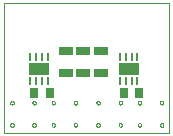
<source format=gtp>
G75*
%MOIN*%
%OFA0B0*%
%FSLAX25Y25*%
%IPPOS*%
%LPD*%
%AMOC8*
5,1,8,0,0,1.08239X$1,22.5*
%
%ADD10C,0.00000*%
%ADD11R,0.01100X0.02800*%
%ADD12R,0.06700X0.03900*%
%ADD13R,0.02756X0.03543*%
%ADD14R,0.04724X0.03150*%
D10*
X0056586Y0044415D02*
X0056586Y0087722D01*
X0111704Y0087722D01*
X0111704Y0044415D01*
X0056586Y0044415D01*
X0058593Y0047013D02*
X0058595Y0047061D01*
X0058601Y0047109D01*
X0058611Y0047156D01*
X0058624Y0047202D01*
X0058642Y0047247D01*
X0058662Y0047291D01*
X0058687Y0047333D01*
X0058715Y0047372D01*
X0058745Y0047409D01*
X0058779Y0047443D01*
X0058816Y0047475D01*
X0058854Y0047504D01*
X0058895Y0047529D01*
X0058938Y0047551D01*
X0058983Y0047569D01*
X0059029Y0047583D01*
X0059076Y0047594D01*
X0059124Y0047601D01*
X0059172Y0047604D01*
X0059220Y0047603D01*
X0059268Y0047598D01*
X0059316Y0047589D01*
X0059362Y0047577D01*
X0059407Y0047560D01*
X0059451Y0047540D01*
X0059493Y0047517D01*
X0059533Y0047490D01*
X0059571Y0047460D01*
X0059606Y0047427D01*
X0059638Y0047391D01*
X0059668Y0047353D01*
X0059694Y0047312D01*
X0059716Y0047269D01*
X0059736Y0047225D01*
X0059751Y0047180D01*
X0059763Y0047133D01*
X0059771Y0047085D01*
X0059775Y0047037D01*
X0059775Y0046989D01*
X0059771Y0046941D01*
X0059763Y0046893D01*
X0059751Y0046846D01*
X0059736Y0046801D01*
X0059716Y0046757D01*
X0059694Y0046714D01*
X0059668Y0046673D01*
X0059638Y0046635D01*
X0059606Y0046599D01*
X0059571Y0046566D01*
X0059533Y0046536D01*
X0059493Y0046509D01*
X0059451Y0046486D01*
X0059407Y0046466D01*
X0059362Y0046449D01*
X0059316Y0046437D01*
X0059268Y0046428D01*
X0059220Y0046423D01*
X0059172Y0046422D01*
X0059124Y0046425D01*
X0059076Y0046432D01*
X0059029Y0046443D01*
X0058983Y0046457D01*
X0058938Y0046475D01*
X0058895Y0046497D01*
X0058854Y0046522D01*
X0058816Y0046551D01*
X0058779Y0046583D01*
X0058745Y0046617D01*
X0058715Y0046654D01*
X0058687Y0046693D01*
X0058662Y0046735D01*
X0058642Y0046779D01*
X0058624Y0046824D01*
X0058611Y0046870D01*
X0058601Y0046917D01*
X0058595Y0046965D01*
X0058593Y0047013D01*
X0058593Y0054415D02*
X0058595Y0054463D01*
X0058601Y0054511D01*
X0058611Y0054558D01*
X0058624Y0054604D01*
X0058642Y0054649D01*
X0058662Y0054693D01*
X0058687Y0054735D01*
X0058715Y0054774D01*
X0058745Y0054811D01*
X0058779Y0054845D01*
X0058816Y0054877D01*
X0058854Y0054906D01*
X0058895Y0054931D01*
X0058938Y0054953D01*
X0058983Y0054971D01*
X0059029Y0054985D01*
X0059076Y0054996D01*
X0059124Y0055003D01*
X0059172Y0055006D01*
X0059220Y0055005D01*
X0059268Y0055000D01*
X0059316Y0054991D01*
X0059362Y0054979D01*
X0059407Y0054962D01*
X0059451Y0054942D01*
X0059493Y0054919D01*
X0059533Y0054892D01*
X0059571Y0054862D01*
X0059606Y0054829D01*
X0059638Y0054793D01*
X0059668Y0054755D01*
X0059694Y0054714D01*
X0059716Y0054671D01*
X0059736Y0054627D01*
X0059751Y0054582D01*
X0059763Y0054535D01*
X0059771Y0054487D01*
X0059775Y0054439D01*
X0059775Y0054391D01*
X0059771Y0054343D01*
X0059763Y0054295D01*
X0059751Y0054248D01*
X0059736Y0054203D01*
X0059716Y0054159D01*
X0059694Y0054116D01*
X0059668Y0054075D01*
X0059638Y0054037D01*
X0059606Y0054001D01*
X0059571Y0053968D01*
X0059533Y0053938D01*
X0059493Y0053911D01*
X0059451Y0053888D01*
X0059407Y0053868D01*
X0059362Y0053851D01*
X0059316Y0053839D01*
X0059268Y0053830D01*
X0059220Y0053825D01*
X0059172Y0053824D01*
X0059124Y0053827D01*
X0059076Y0053834D01*
X0059029Y0053845D01*
X0058983Y0053859D01*
X0058938Y0053877D01*
X0058895Y0053899D01*
X0058854Y0053924D01*
X0058816Y0053953D01*
X0058779Y0053985D01*
X0058745Y0054019D01*
X0058715Y0054056D01*
X0058687Y0054095D01*
X0058662Y0054137D01*
X0058642Y0054181D01*
X0058624Y0054226D01*
X0058611Y0054272D01*
X0058601Y0054319D01*
X0058595Y0054367D01*
X0058593Y0054415D01*
X0065995Y0054415D02*
X0065997Y0054463D01*
X0066003Y0054511D01*
X0066013Y0054558D01*
X0066026Y0054604D01*
X0066044Y0054649D01*
X0066064Y0054693D01*
X0066089Y0054735D01*
X0066117Y0054774D01*
X0066147Y0054811D01*
X0066181Y0054845D01*
X0066218Y0054877D01*
X0066256Y0054906D01*
X0066297Y0054931D01*
X0066340Y0054953D01*
X0066385Y0054971D01*
X0066431Y0054985D01*
X0066478Y0054996D01*
X0066526Y0055003D01*
X0066574Y0055006D01*
X0066622Y0055005D01*
X0066670Y0055000D01*
X0066718Y0054991D01*
X0066764Y0054979D01*
X0066809Y0054962D01*
X0066853Y0054942D01*
X0066895Y0054919D01*
X0066935Y0054892D01*
X0066973Y0054862D01*
X0067008Y0054829D01*
X0067040Y0054793D01*
X0067070Y0054755D01*
X0067096Y0054714D01*
X0067118Y0054671D01*
X0067138Y0054627D01*
X0067153Y0054582D01*
X0067165Y0054535D01*
X0067173Y0054487D01*
X0067177Y0054439D01*
X0067177Y0054391D01*
X0067173Y0054343D01*
X0067165Y0054295D01*
X0067153Y0054248D01*
X0067138Y0054203D01*
X0067118Y0054159D01*
X0067096Y0054116D01*
X0067070Y0054075D01*
X0067040Y0054037D01*
X0067008Y0054001D01*
X0066973Y0053968D01*
X0066935Y0053938D01*
X0066895Y0053911D01*
X0066853Y0053888D01*
X0066809Y0053868D01*
X0066764Y0053851D01*
X0066718Y0053839D01*
X0066670Y0053830D01*
X0066622Y0053825D01*
X0066574Y0053824D01*
X0066526Y0053827D01*
X0066478Y0053834D01*
X0066431Y0053845D01*
X0066385Y0053859D01*
X0066340Y0053877D01*
X0066297Y0053899D01*
X0066256Y0053924D01*
X0066218Y0053953D01*
X0066181Y0053985D01*
X0066147Y0054019D01*
X0066117Y0054056D01*
X0066089Y0054095D01*
X0066064Y0054137D01*
X0066044Y0054181D01*
X0066026Y0054226D01*
X0066013Y0054272D01*
X0066003Y0054319D01*
X0065997Y0054367D01*
X0065995Y0054415D01*
X0072373Y0054415D02*
X0072375Y0054463D01*
X0072381Y0054511D01*
X0072391Y0054558D01*
X0072404Y0054604D01*
X0072422Y0054649D01*
X0072442Y0054693D01*
X0072467Y0054735D01*
X0072495Y0054774D01*
X0072525Y0054811D01*
X0072559Y0054845D01*
X0072596Y0054877D01*
X0072634Y0054906D01*
X0072675Y0054931D01*
X0072718Y0054953D01*
X0072763Y0054971D01*
X0072809Y0054985D01*
X0072856Y0054996D01*
X0072904Y0055003D01*
X0072952Y0055006D01*
X0073000Y0055005D01*
X0073048Y0055000D01*
X0073096Y0054991D01*
X0073142Y0054979D01*
X0073187Y0054962D01*
X0073231Y0054942D01*
X0073273Y0054919D01*
X0073313Y0054892D01*
X0073351Y0054862D01*
X0073386Y0054829D01*
X0073418Y0054793D01*
X0073448Y0054755D01*
X0073474Y0054714D01*
X0073496Y0054671D01*
X0073516Y0054627D01*
X0073531Y0054582D01*
X0073543Y0054535D01*
X0073551Y0054487D01*
X0073555Y0054439D01*
X0073555Y0054391D01*
X0073551Y0054343D01*
X0073543Y0054295D01*
X0073531Y0054248D01*
X0073516Y0054203D01*
X0073496Y0054159D01*
X0073474Y0054116D01*
X0073448Y0054075D01*
X0073418Y0054037D01*
X0073386Y0054001D01*
X0073351Y0053968D01*
X0073313Y0053938D01*
X0073273Y0053911D01*
X0073231Y0053888D01*
X0073187Y0053868D01*
X0073142Y0053851D01*
X0073096Y0053839D01*
X0073048Y0053830D01*
X0073000Y0053825D01*
X0072952Y0053824D01*
X0072904Y0053827D01*
X0072856Y0053834D01*
X0072809Y0053845D01*
X0072763Y0053859D01*
X0072718Y0053877D01*
X0072675Y0053899D01*
X0072634Y0053924D01*
X0072596Y0053953D01*
X0072559Y0053985D01*
X0072525Y0054019D01*
X0072495Y0054056D01*
X0072467Y0054095D01*
X0072442Y0054137D01*
X0072422Y0054181D01*
X0072404Y0054226D01*
X0072391Y0054272D01*
X0072381Y0054319D01*
X0072375Y0054367D01*
X0072373Y0054415D01*
X0072373Y0047013D02*
X0072375Y0047061D01*
X0072381Y0047109D01*
X0072391Y0047156D01*
X0072404Y0047202D01*
X0072422Y0047247D01*
X0072442Y0047291D01*
X0072467Y0047333D01*
X0072495Y0047372D01*
X0072525Y0047409D01*
X0072559Y0047443D01*
X0072596Y0047475D01*
X0072634Y0047504D01*
X0072675Y0047529D01*
X0072718Y0047551D01*
X0072763Y0047569D01*
X0072809Y0047583D01*
X0072856Y0047594D01*
X0072904Y0047601D01*
X0072952Y0047604D01*
X0073000Y0047603D01*
X0073048Y0047598D01*
X0073096Y0047589D01*
X0073142Y0047577D01*
X0073187Y0047560D01*
X0073231Y0047540D01*
X0073273Y0047517D01*
X0073313Y0047490D01*
X0073351Y0047460D01*
X0073386Y0047427D01*
X0073418Y0047391D01*
X0073448Y0047353D01*
X0073474Y0047312D01*
X0073496Y0047269D01*
X0073516Y0047225D01*
X0073531Y0047180D01*
X0073543Y0047133D01*
X0073551Y0047085D01*
X0073555Y0047037D01*
X0073555Y0046989D01*
X0073551Y0046941D01*
X0073543Y0046893D01*
X0073531Y0046846D01*
X0073516Y0046801D01*
X0073496Y0046757D01*
X0073474Y0046714D01*
X0073448Y0046673D01*
X0073418Y0046635D01*
X0073386Y0046599D01*
X0073351Y0046566D01*
X0073313Y0046536D01*
X0073273Y0046509D01*
X0073231Y0046486D01*
X0073187Y0046466D01*
X0073142Y0046449D01*
X0073096Y0046437D01*
X0073048Y0046428D01*
X0073000Y0046423D01*
X0072952Y0046422D01*
X0072904Y0046425D01*
X0072856Y0046432D01*
X0072809Y0046443D01*
X0072763Y0046457D01*
X0072718Y0046475D01*
X0072675Y0046497D01*
X0072634Y0046522D01*
X0072596Y0046551D01*
X0072559Y0046583D01*
X0072525Y0046617D01*
X0072495Y0046654D01*
X0072467Y0046693D01*
X0072442Y0046735D01*
X0072422Y0046779D01*
X0072404Y0046824D01*
X0072391Y0046870D01*
X0072381Y0046917D01*
X0072375Y0046965D01*
X0072373Y0047013D01*
X0065995Y0047013D02*
X0065997Y0047061D01*
X0066003Y0047109D01*
X0066013Y0047156D01*
X0066026Y0047202D01*
X0066044Y0047247D01*
X0066064Y0047291D01*
X0066089Y0047333D01*
X0066117Y0047372D01*
X0066147Y0047409D01*
X0066181Y0047443D01*
X0066218Y0047475D01*
X0066256Y0047504D01*
X0066297Y0047529D01*
X0066340Y0047551D01*
X0066385Y0047569D01*
X0066431Y0047583D01*
X0066478Y0047594D01*
X0066526Y0047601D01*
X0066574Y0047604D01*
X0066622Y0047603D01*
X0066670Y0047598D01*
X0066718Y0047589D01*
X0066764Y0047577D01*
X0066809Y0047560D01*
X0066853Y0047540D01*
X0066895Y0047517D01*
X0066935Y0047490D01*
X0066973Y0047460D01*
X0067008Y0047427D01*
X0067040Y0047391D01*
X0067070Y0047353D01*
X0067096Y0047312D01*
X0067118Y0047269D01*
X0067138Y0047225D01*
X0067153Y0047180D01*
X0067165Y0047133D01*
X0067173Y0047085D01*
X0067177Y0047037D01*
X0067177Y0046989D01*
X0067173Y0046941D01*
X0067165Y0046893D01*
X0067153Y0046846D01*
X0067138Y0046801D01*
X0067118Y0046757D01*
X0067096Y0046714D01*
X0067070Y0046673D01*
X0067040Y0046635D01*
X0067008Y0046599D01*
X0066973Y0046566D01*
X0066935Y0046536D01*
X0066895Y0046509D01*
X0066853Y0046486D01*
X0066809Y0046466D01*
X0066764Y0046449D01*
X0066718Y0046437D01*
X0066670Y0046428D01*
X0066622Y0046423D01*
X0066574Y0046422D01*
X0066526Y0046425D01*
X0066478Y0046432D01*
X0066431Y0046443D01*
X0066385Y0046457D01*
X0066340Y0046475D01*
X0066297Y0046497D01*
X0066256Y0046522D01*
X0066218Y0046551D01*
X0066181Y0046583D01*
X0066147Y0046617D01*
X0066117Y0046654D01*
X0066089Y0046693D01*
X0066064Y0046735D01*
X0066044Y0046779D01*
X0066026Y0046824D01*
X0066013Y0046870D01*
X0066003Y0046917D01*
X0065997Y0046965D01*
X0065995Y0047013D01*
X0079774Y0047013D02*
X0079776Y0047061D01*
X0079782Y0047109D01*
X0079792Y0047156D01*
X0079805Y0047202D01*
X0079823Y0047247D01*
X0079843Y0047291D01*
X0079868Y0047333D01*
X0079896Y0047372D01*
X0079926Y0047409D01*
X0079960Y0047443D01*
X0079997Y0047475D01*
X0080035Y0047504D01*
X0080076Y0047529D01*
X0080119Y0047551D01*
X0080164Y0047569D01*
X0080210Y0047583D01*
X0080257Y0047594D01*
X0080305Y0047601D01*
X0080353Y0047604D01*
X0080401Y0047603D01*
X0080449Y0047598D01*
X0080497Y0047589D01*
X0080543Y0047577D01*
X0080588Y0047560D01*
X0080632Y0047540D01*
X0080674Y0047517D01*
X0080714Y0047490D01*
X0080752Y0047460D01*
X0080787Y0047427D01*
X0080819Y0047391D01*
X0080849Y0047353D01*
X0080875Y0047312D01*
X0080897Y0047269D01*
X0080917Y0047225D01*
X0080932Y0047180D01*
X0080944Y0047133D01*
X0080952Y0047085D01*
X0080956Y0047037D01*
X0080956Y0046989D01*
X0080952Y0046941D01*
X0080944Y0046893D01*
X0080932Y0046846D01*
X0080917Y0046801D01*
X0080897Y0046757D01*
X0080875Y0046714D01*
X0080849Y0046673D01*
X0080819Y0046635D01*
X0080787Y0046599D01*
X0080752Y0046566D01*
X0080714Y0046536D01*
X0080674Y0046509D01*
X0080632Y0046486D01*
X0080588Y0046466D01*
X0080543Y0046449D01*
X0080497Y0046437D01*
X0080449Y0046428D01*
X0080401Y0046423D01*
X0080353Y0046422D01*
X0080305Y0046425D01*
X0080257Y0046432D01*
X0080210Y0046443D01*
X0080164Y0046457D01*
X0080119Y0046475D01*
X0080076Y0046497D01*
X0080035Y0046522D01*
X0079997Y0046551D01*
X0079960Y0046583D01*
X0079926Y0046617D01*
X0079896Y0046654D01*
X0079868Y0046693D01*
X0079843Y0046735D01*
X0079823Y0046779D01*
X0079805Y0046824D01*
X0079792Y0046870D01*
X0079782Y0046917D01*
X0079776Y0046965D01*
X0079774Y0047013D01*
X0079774Y0054415D02*
X0079776Y0054463D01*
X0079782Y0054511D01*
X0079792Y0054558D01*
X0079805Y0054604D01*
X0079823Y0054649D01*
X0079843Y0054693D01*
X0079868Y0054735D01*
X0079896Y0054774D01*
X0079926Y0054811D01*
X0079960Y0054845D01*
X0079997Y0054877D01*
X0080035Y0054906D01*
X0080076Y0054931D01*
X0080119Y0054953D01*
X0080164Y0054971D01*
X0080210Y0054985D01*
X0080257Y0054996D01*
X0080305Y0055003D01*
X0080353Y0055006D01*
X0080401Y0055005D01*
X0080449Y0055000D01*
X0080497Y0054991D01*
X0080543Y0054979D01*
X0080588Y0054962D01*
X0080632Y0054942D01*
X0080674Y0054919D01*
X0080714Y0054892D01*
X0080752Y0054862D01*
X0080787Y0054829D01*
X0080819Y0054793D01*
X0080849Y0054755D01*
X0080875Y0054714D01*
X0080897Y0054671D01*
X0080917Y0054627D01*
X0080932Y0054582D01*
X0080944Y0054535D01*
X0080952Y0054487D01*
X0080956Y0054439D01*
X0080956Y0054391D01*
X0080952Y0054343D01*
X0080944Y0054295D01*
X0080932Y0054248D01*
X0080917Y0054203D01*
X0080897Y0054159D01*
X0080875Y0054116D01*
X0080849Y0054075D01*
X0080819Y0054037D01*
X0080787Y0054001D01*
X0080752Y0053968D01*
X0080714Y0053938D01*
X0080674Y0053911D01*
X0080632Y0053888D01*
X0080588Y0053868D01*
X0080543Y0053851D01*
X0080497Y0053839D01*
X0080449Y0053830D01*
X0080401Y0053825D01*
X0080353Y0053824D01*
X0080305Y0053827D01*
X0080257Y0053834D01*
X0080210Y0053845D01*
X0080164Y0053859D01*
X0080119Y0053877D01*
X0080076Y0053899D01*
X0080035Y0053924D01*
X0079997Y0053953D01*
X0079960Y0053985D01*
X0079926Y0054019D01*
X0079896Y0054056D01*
X0079868Y0054095D01*
X0079843Y0054137D01*
X0079823Y0054181D01*
X0079805Y0054226D01*
X0079792Y0054272D01*
X0079782Y0054319D01*
X0079776Y0054367D01*
X0079774Y0054415D01*
X0087333Y0054415D02*
X0087335Y0054463D01*
X0087341Y0054511D01*
X0087351Y0054558D01*
X0087364Y0054604D01*
X0087382Y0054649D01*
X0087402Y0054693D01*
X0087427Y0054735D01*
X0087455Y0054774D01*
X0087485Y0054811D01*
X0087519Y0054845D01*
X0087556Y0054877D01*
X0087594Y0054906D01*
X0087635Y0054931D01*
X0087678Y0054953D01*
X0087723Y0054971D01*
X0087769Y0054985D01*
X0087816Y0054996D01*
X0087864Y0055003D01*
X0087912Y0055006D01*
X0087960Y0055005D01*
X0088008Y0055000D01*
X0088056Y0054991D01*
X0088102Y0054979D01*
X0088147Y0054962D01*
X0088191Y0054942D01*
X0088233Y0054919D01*
X0088273Y0054892D01*
X0088311Y0054862D01*
X0088346Y0054829D01*
X0088378Y0054793D01*
X0088408Y0054755D01*
X0088434Y0054714D01*
X0088456Y0054671D01*
X0088476Y0054627D01*
X0088491Y0054582D01*
X0088503Y0054535D01*
X0088511Y0054487D01*
X0088515Y0054439D01*
X0088515Y0054391D01*
X0088511Y0054343D01*
X0088503Y0054295D01*
X0088491Y0054248D01*
X0088476Y0054203D01*
X0088456Y0054159D01*
X0088434Y0054116D01*
X0088408Y0054075D01*
X0088378Y0054037D01*
X0088346Y0054001D01*
X0088311Y0053968D01*
X0088273Y0053938D01*
X0088233Y0053911D01*
X0088191Y0053888D01*
X0088147Y0053868D01*
X0088102Y0053851D01*
X0088056Y0053839D01*
X0088008Y0053830D01*
X0087960Y0053825D01*
X0087912Y0053824D01*
X0087864Y0053827D01*
X0087816Y0053834D01*
X0087769Y0053845D01*
X0087723Y0053859D01*
X0087678Y0053877D01*
X0087635Y0053899D01*
X0087594Y0053924D01*
X0087556Y0053953D01*
X0087519Y0053985D01*
X0087485Y0054019D01*
X0087455Y0054056D01*
X0087427Y0054095D01*
X0087402Y0054137D01*
X0087382Y0054181D01*
X0087364Y0054226D01*
X0087351Y0054272D01*
X0087341Y0054319D01*
X0087335Y0054367D01*
X0087333Y0054415D01*
X0087333Y0047013D02*
X0087335Y0047061D01*
X0087341Y0047109D01*
X0087351Y0047156D01*
X0087364Y0047202D01*
X0087382Y0047247D01*
X0087402Y0047291D01*
X0087427Y0047333D01*
X0087455Y0047372D01*
X0087485Y0047409D01*
X0087519Y0047443D01*
X0087556Y0047475D01*
X0087594Y0047504D01*
X0087635Y0047529D01*
X0087678Y0047551D01*
X0087723Y0047569D01*
X0087769Y0047583D01*
X0087816Y0047594D01*
X0087864Y0047601D01*
X0087912Y0047604D01*
X0087960Y0047603D01*
X0088008Y0047598D01*
X0088056Y0047589D01*
X0088102Y0047577D01*
X0088147Y0047560D01*
X0088191Y0047540D01*
X0088233Y0047517D01*
X0088273Y0047490D01*
X0088311Y0047460D01*
X0088346Y0047427D01*
X0088378Y0047391D01*
X0088408Y0047353D01*
X0088434Y0047312D01*
X0088456Y0047269D01*
X0088476Y0047225D01*
X0088491Y0047180D01*
X0088503Y0047133D01*
X0088511Y0047085D01*
X0088515Y0047037D01*
X0088515Y0046989D01*
X0088511Y0046941D01*
X0088503Y0046893D01*
X0088491Y0046846D01*
X0088476Y0046801D01*
X0088456Y0046757D01*
X0088434Y0046714D01*
X0088408Y0046673D01*
X0088378Y0046635D01*
X0088346Y0046599D01*
X0088311Y0046566D01*
X0088273Y0046536D01*
X0088233Y0046509D01*
X0088191Y0046486D01*
X0088147Y0046466D01*
X0088102Y0046449D01*
X0088056Y0046437D01*
X0088008Y0046428D01*
X0087960Y0046423D01*
X0087912Y0046422D01*
X0087864Y0046425D01*
X0087816Y0046432D01*
X0087769Y0046443D01*
X0087723Y0046457D01*
X0087678Y0046475D01*
X0087635Y0046497D01*
X0087594Y0046522D01*
X0087556Y0046551D01*
X0087519Y0046583D01*
X0087485Y0046617D01*
X0087455Y0046654D01*
X0087427Y0046693D01*
X0087402Y0046735D01*
X0087382Y0046779D01*
X0087364Y0046824D01*
X0087351Y0046870D01*
X0087341Y0046917D01*
X0087335Y0046965D01*
X0087333Y0047013D01*
X0094735Y0047013D02*
X0094737Y0047061D01*
X0094743Y0047109D01*
X0094753Y0047156D01*
X0094766Y0047202D01*
X0094784Y0047247D01*
X0094804Y0047291D01*
X0094829Y0047333D01*
X0094857Y0047372D01*
X0094887Y0047409D01*
X0094921Y0047443D01*
X0094958Y0047475D01*
X0094996Y0047504D01*
X0095037Y0047529D01*
X0095080Y0047551D01*
X0095125Y0047569D01*
X0095171Y0047583D01*
X0095218Y0047594D01*
X0095266Y0047601D01*
X0095314Y0047604D01*
X0095362Y0047603D01*
X0095410Y0047598D01*
X0095458Y0047589D01*
X0095504Y0047577D01*
X0095549Y0047560D01*
X0095593Y0047540D01*
X0095635Y0047517D01*
X0095675Y0047490D01*
X0095713Y0047460D01*
X0095748Y0047427D01*
X0095780Y0047391D01*
X0095810Y0047353D01*
X0095836Y0047312D01*
X0095858Y0047269D01*
X0095878Y0047225D01*
X0095893Y0047180D01*
X0095905Y0047133D01*
X0095913Y0047085D01*
X0095917Y0047037D01*
X0095917Y0046989D01*
X0095913Y0046941D01*
X0095905Y0046893D01*
X0095893Y0046846D01*
X0095878Y0046801D01*
X0095858Y0046757D01*
X0095836Y0046714D01*
X0095810Y0046673D01*
X0095780Y0046635D01*
X0095748Y0046599D01*
X0095713Y0046566D01*
X0095675Y0046536D01*
X0095635Y0046509D01*
X0095593Y0046486D01*
X0095549Y0046466D01*
X0095504Y0046449D01*
X0095458Y0046437D01*
X0095410Y0046428D01*
X0095362Y0046423D01*
X0095314Y0046422D01*
X0095266Y0046425D01*
X0095218Y0046432D01*
X0095171Y0046443D01*
X0095125Y0046457D01*
X0095080Y0046475D01*
X0095037Y0046497D01*
X0094996Y0046522D01*
X0094958Y0046551D01*
X0094921Y0046583D01*
X0094887Y0046617D01*
X0094857Y0046654D01*
X0094829Y0046693D01*
X0094804Y0046735D01*
X0094784Y0046779D01*
X0094766Y0046824D01*
X0094753Y0046870D01*
X0094743Y0046917D01*
X0094737Y0046965D01*
X0094735Y0047013D01*
X0101113Y0047013D02*
X0101115Y0047061D01*
X0101121Y0047109D01*
X0101131Y0047156D01*
X0101144Y0047202D01*
X0101162Y0047247D01*
X0101182Y0047291D01*
X0101207Y0047333D01*
X0101235Y0047372D01*
X0101265Y0047409D01*
X0101299Y0047443D01*
X0101336Y0047475D01*
X0101374Y0047504D01*
X0101415Y0047529D01*
X0101458Y0047551D01*
X0101503Y0047569D01*
X0101549Y0047583D01*
X0101596Y0047594D01*
X0101644Y0047601D01*
X0101692Y0047604D01*
X0101740Y0047603D01*
X0101788Y0047598D01*
X0101836Y0047589D01*
X0101882Y0047577D01*
X0101927Y0047560D01*
X0101971Y0047540D01*
X0102013Y0047517D01*
X0102053Y0047490D01*
X0102091Y0047460D01*
X0102126Y0047427D01*
X0102158Y0047391D01*
X0102188Y0047353D01*
X0102214Y0047312D01*
X0102236Y0047269D01*
X0102256Y0047225D01*
X0102271Y0047180D01*
X0102283Y0047133D01*
X0102291Y0047085D01*
X0102295Y0047037D01*
X0102295Y0046989D01*
X0102291Y0046941D01*
X0102283Y0046893D01*
X0102271Y0046846D01*
X0102256Y0046801D01*
X0102236Y0046757D01*
X0102214Y0046714D01*
X0102188Y0046673D01*
X0102158Y0046635D01*
X0102126Y0046599D01*
X0102091Y0046566D01*
X0102053Y0046536D01*
X0102013Y0046509D01*
X0101971Y0046486D01*
X0101927Y0046466D01*
X0101882Y0046449D01*
X0101836Y0046437D01*
X0101788Y0046428D01*
X0101740Y0046423D01*
X0101692Y0046422D01*
X0101644Y0046425D01*
X0101596Y0046432D01*
X0101549Y0046443D01*
X0101503Y0046457D01*
X0101458Y0046475D01*
X0101415Y0046497D01*
X0101374Y0046522D01*
X0101336Y0046551D01*
X0101299Y0046583D01*
X0101265Y0046617D01*
X0101235Y0046654D01*
X0101207Y0046693D01*
X0101182Y0046735D01*
X0101162Y0046779D01*
X0101144Y0046824D01*
X0101131Y0046870D01*
X0101121Y0046917D01*
X0101115Y0046965D01*
X0101113Y0047013D01*
X0101113Y0054415D02*
X0101115Y0054463D01*
X0101121Y0054511D01*
X0101131Y0054558D01*
X0101144Y0054604D01*
X0101162Y0054649D01*
X0101182Y0054693D01*
X0101207Y0054735D01*
X0101235Y0054774D01*
X0101265Y0054811D01*
X0101299Y0054845D01*
X0101336Y0054877D01*
X0101374Y0054906D01*
X0101415Y0054931D01*
X0101458Y0054953D01*
X0101503Y0054971D01*
X0101549Y0054985D01*
X0101596Y0054996D01*
X0101644Y0055003D01*
X0101692Y0055006D01*
X0101740Y0055005D01*
X0101788Y0055000D01*
X0101836Y0054991D01*
X0101882Y0054979D01*
X0101927Y0054962D01*
X0101971Y0054942D01*
X0102013Y0054919D01*
X0102053Y0054892D01*
X0102091Y0054862D01*
X0102126Y0054829D01*
X0102158Y0054793D01*
X0102188Y0054755D01*
X0102214Y0054714D01*
X0102236Y0054671D01*
X0102256Y0054627D01*
X0102271Y0054582D01*
X0102283Y0054535D01*
X0102291Y0054487D01*
X0102295Y0054439D01*
X0102295Y0054391D01*
X0102291Y0054343D01*
X0102283Y0054295D01*
X0102271Y0054248D01*
X0102256Y0054203D01*
X0102236Y0054159D01*
X0102214Y0054116D01*
X0102188Y0054075D01*
X0102158Y0054037D01*
X0102126Y0054001D01*
X0102091Y0053968D01*
X0102053Y0053938D01*
X0102013Y0053911D01*
X0101971Y0053888D01*
X0101927Y0053868D01*
X0101882Y0053851D01*
X0101836Y0053839D01*
X0101788Y0053830D01*
X0101740Y0053825D01*
X0101692Y0053824D01*
X0101644Y0053827D01*
X0101596Y0053834D01*
X0101549Y0053845D01*
X0101503Y0053859D01*
X0101458Y0053877D01*
X0101415Y0053899D01*
X0101374Y0053924D01*
X0101336Y0053953D01*
X0101299Y0053985D01*
X0101265Y0054019D01*
X0101235Y0054056D01*
X0101207Y0054095D01*
X0101182Y0054137D01*
X0101162Y0054181D01*
X0101144Y0054226D01*
X0101131Y0054272D01*
X0101121Y0054319D01*
X0101115Y0054367D01*
X0101113Y0054415D01*
X0094735Y0054415D02*
X0094737Y0054463D01*
X0094743Y0054511D01*
X0094753Y0054558D01*
X0094766Y0054604D01*
X0094784Y0054649D01*
X0094804Y0054693D01*
X0094829Y0054735D01*
X0094857Y0054774D01*
X0094887Y0054811D01*
X0094921Y0054845D01*
X0094958Y0054877D01*
X0094996Y0054906D01*
X0095037Y0054931D01*
X0095080Y0054953D01*
X0095125Y0054971D01*
X0095171Y0054985D01*
X0095218Y0054996D01*
X0095266Y0055003D01*
X0095314Y0055006D01*
X0095362Y0055005D01*
X0095410Y0055000D01*
X0095458Y0054991D01*
X0095504Y0054979D01*
X0095549Y0054962D01*
X0095593Y0054942D01*
X0095635Y0054919D01*
X0095675Y0054892D01*
X0095713Y0054862D01*
X0095748Y0054829D01*
X0095780Y0054793D01*
X0095810Y0054755D01*
X0095836Y0054714D01*
X0095858Y0054671D01*
X0095878Y0054627D01*
X0095893Y0054582D01*
X0095905Y0054535D01*
X0095913Y0054487D01*
X0095917Y0054439D01*
X0095917Y0054391D01*
X0095913Y0054343D01*
X0095905Y0054295D01*
X0095893Y0054248D01*
X0095878Y0054203D01*
X0095858Y0054159D01*
X0095836Y0054116D01*
X0095810Y0054075D01*
X0095780Y0054037D01*
X0095748Y0054001D01*
X0095713Y0053968D01*
X0095675Y0053938D01*
X0095635Y0053911D01*
X0095593Y0053888D01*
X0095549Y0053868D01*
X0095504Y0053851D01*
X0095458Y0053839D01*
X0095410Y0053830D01*
X0095362Y0053825D01*
X0095314Y0053824D01*
X0095266Y0053827D01*
X0095218Y0053834D01*
X0095171Y0053845D01*
X0095125Y0053859D01*
X0095080Y0053877D01*
X0095037Y0053899D01*
X0094996Y0053924D01*
X0094958Y0053953D01*
X0094921Y0053985D01*
X0094887Y0054019D01*
X0094857Y0054056D01*
X0094829Y0054095D01*
X0094804Y0054137D01*
X0094784Y0054181D01*
X0094766Y0054226D01*
X0094753Y0054272D01*
X0094743Y0054319D01*
X0094737Y0054367D01*
X0094735Y0054415D01*
X0108515Y0054415D02*
X0108517Y0054463D01*
X0108523Y0054511D01*
X0108533Y0054558D01*
X0108546Y0054604D01*
X0108564Y0054649D01*
X0108584Y0054693D01*
X0108609Y0054735D01*
X0108637Y0054774D01*
X0108667Y0054811D01*
X0108701Y0054845D01*
X0108738Y0054877D01*
X0108776Y0054906D01*
X0108817Y0054931D01*
X0108860Y0054953D01*
X0108905Y0054971D01*
X0108951Y0054985D01*
X0108998Y0054996D01*
X0109046Y0055003D01*
X0109094Y0055006D01*
X0109142Y0055005D01*
X0109190Y0055000D01*
X0109238Y0054991D01*
X0109284Y0054979D01*
X0109329Y0054962D01*
X0109373Y0054942D01*
X0109415Y0054919D01*
X0109455Y0054892D01*
X0109493Y0054862D01*
X0109528Y0054829D01*
X0109560Y0054793D01*
X0109590Y0054755D01*
X0109616Y0054714D01*
X0109638Y0054671D01*
X0109658Y0054627D01*
X0109673Y0054582D01*
X0109685Y0054535D01*
X0109693Y0054487D01*
X0109697Y0054439D01*
X0109697Y0054391D01*
X0109693Y0054343D01*
X0109685Y0054295D01*
X0109673Y0054248D01*
X0109658Y0054203D01*
X0109638Y0054159D01*
X0109616Y0054116D01*
X0109590Y0054075D01*
X0109560Y0054037D01*
X0109528Y0054001D01*
X0109493Y0053968D01*
X0109455Y0053938D01*
X0109415Y0053911D01*
X0109373Y0053888D01*
X0109329Y0053868D01*
X0109284Y0053851D01*
X0109238Y0053839D01*
X0109190Y0053830D01*
X0109142Y0053825D01*
X0109094Y0053824D01*
X0109046Y0053827D01*
X0108998Y0053834D01*
X0108951Y0053845D01*
X0108905Y0053859D01*
X0108860Y0053877D01*
X0108817Y0053899D01*
X0108776Y0053924D01*
X0108738Y0053953D01*
X0108701Y0053985D01*
X0108667Y0054019D01*
X0108637Y0054056D01*
X0108609Y0054095D01*
X0108584Y0054137D01*
X0108564Y0054181D01*
X0108546Y0054226D01*
X0108533Y0054272D01*
X0108523Y0054319D01*
X0108517Y0054367D01*
X0108515Y0054415D01*
X0108515Y0047013D02*
X0108517Y0047061D01*
X0108523Y0047109D01*
X0108533Y0047156D01*
X0108546Y0047202D01*
X0108564Y0047247D01*
X0108584Y0047291D01*
X0108609Y0047333D01*
X0108637Y0047372D01*
X0108667Y0047409D01*
X0108701Y0047443D01*
X0108738Y0047475D01*
X0108776Y0047504D01*
X0108817Y0047529D01*
X0108860Y0047551D01*
X0108905Y0047569D01*
X0108951Y0047583D01*
X0108998Y0047594D01*
X0109046Y0047601D01*
X0109094Y0047604D01*
X0109142Y0047603D01*
X0109190Y0047598D01*
X0109238Y0047589D01*
X0109284Y0047577D01*
X0109329Y0047560D01*
X0109373Y0047540D01*
X0109415Y0047517D01*
X0109455Y0047490D01*
X0109493Y0047460D01*
X0109528Y0047427D01*
X0109560Y0047391D01*
X0109590Y0047353D01*
X0109616Y0047312D01*
X0109638Y0047269D01*
X0109658Y0047225D01*
X0109673Y0047180D01*
X0109685Y0047133D01*
X0109693Y0047085D01*
X0109697Y0047037D01*
X0109697Y0046989D01*
X0109693Y0046941D01*
X0109685Y0046893D01*
X0109673Y0046846D01*
X0109658Y0046801D01*
X0109638Y0046757D01*
X0109616Y0046714D01*
X0109590Y0046673D01*
X0109560Y0046635D01*
X0109528Y0046599D01*
X0109493Y0046566D01*
X0109455Y0046536D01*
X0109415Y0046509D01*
X0109373Y0046486D01*
X0109329Y0046466D01*
X0109284Y0046449D01*
X0109238Y0046437D01*
X0109190Y0046428D01*
X0109142Y0046423D01*
X0109094Y0046422D01*
X0109046Y0046425D01*
X0108998Y0046432D01*
X0108951Y0046443D01*
X0108905Y0046457D01*
X0108860Y0046475D01*
X0108817Y0046497D01*
X0108776Y0046522D01*
X0108738Y0046551D01*
X0108701Y0046583D01*
X0108667Y0046617D01*
X0108637Y0046654D01*
X0108609Y0046693D01*
X0108584Y0046735D01*
X0108564Y0046779D01*
X0108546Y0046824D01*
X0108533Y0046870D01*
X0108523Y0046917D01*
X0108517Y0046965D01*
X0108515Y0047013D01*
D11*
X0101035Y0061725D03*
X0099066Y0061725D03*
X0097097Y0061725D03*
X0095128Y0061725D03*
X0095128Y0069625D03*
X0097097Y0069625D03*
X0099066Y0069625D03*
X0101035Y0069625D03*
X0071153Y0069625D03*
X0069184Y0069625D03*
X0067216Y0069625D03*
X0065247Y0069625D03*
X0065247Y0061725D03*
X0067216Y0061725D03*
X0069184Y0061725D03*
X0071153Y0061725D03*
D12*
X0068200Y0065675D03*
X0098082Y0065675D03*
D13*
X0096546Y0057761D03*
X0101665Y0057761D03*
X0071743Y0057761D03*
X0066625Y0057761D03*
D14*
X0077058Y0064494D03*
X0082964Y0064494D03*
X0088869Y0064494D03*
X0088869Y0071580D03*
X0082964Y0071580D03*
X0077058Y0071580D03*
M02*

</source>
